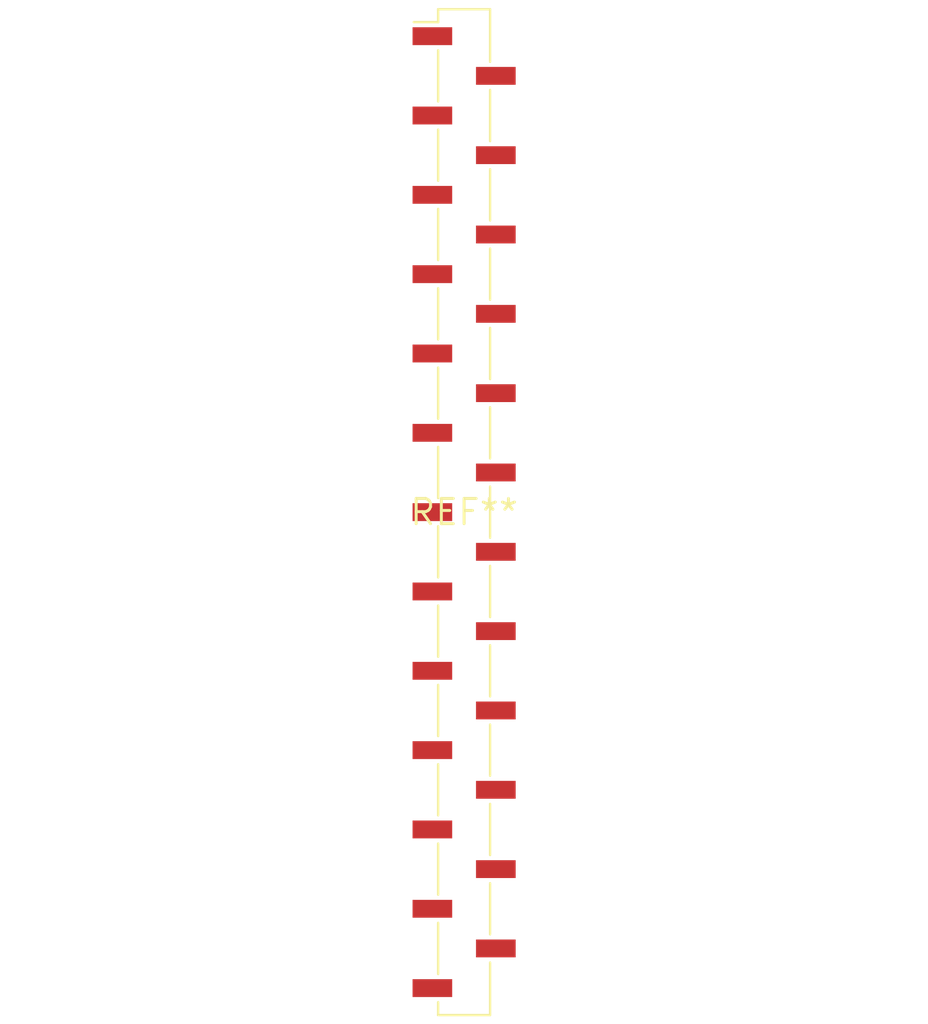
<source format=kicad_pcb>
(kicad_pcb (version 20240108) (generator pcbnew)
  (layers (0 "F.Cu" signal) (31 "B.Cu" signal) (34 "B.Paste" user) (35 "F.Paste" user) (36 "B.SilkS" user "B.Silkscreen") (37 "F.SilkS" user "F.Silkscreen") (38 "B.Mask" user) (39 "F.Mask" user) (44 "Edge.Cuts" user))
  (net 0 "")
  (footprint "PinSocket_1x25_P2.00mm_Vertical_SMD_Pin1Left" (layer "F.Cu") (at 0 0)
    (property "Reference" "REF**")
    (property "Value" "PinSocket_1x25_P2.00mm_Vertical_SMD_Pin1Left")
    (fp_line (start -2.54 -24.71) (end -1.31 -24.71) (layer "F.SilkS") (stroke (width 0.12)))
    (fp_line (start -1.31 -25.36) (end -1.31 -24.71) (layer "F.SilkS") (stroke (width 0.12)))
    (fp_line (start -1.31 -25.36) (end 1.31 -25.36) (layer "F.SilkS") (stroke (width 0.12)))
    (fp_line (start -1.31 -23.29) (end -1.31 -20.71) (layer "F.SilkS") (stroke (width 0.12)))
    (fp_line (start -1.31 -19.29) (end -1.31 -16.71) (layer "F.SilkS") (stroke (width 0.12)))
    (fp_line (start -1.31 -15.29) (end -1.31 -12.71) (layer "F.SilkS") (stroke (width 0.12)))
    (fp_line (start -1.31 -11.29) (end -1.31 -8.71) (layer "F.SilkS") (stroke (width 0.12)))
    (fp_line (start -1.31 -7.29) (end -1.31 -4.71) (layer "F.SilkS") (stroke (width 0.12)))
    (fp_line (start -1.31 -3.29) (end -1.31 -0.71) (layer "F.SilkS") (stroke (width 0.12)))
    (fp_line (start -1.31 0.71) (end -1.31 3.29) (layer "F.SilkS") (stroke (width 0.12)))
    (fp_line (start -1.31 4.71) (end -1.31 7.29) (layer "F.SilkS") (stroke (width 0.12)))
    (fp_line (start -1.31 8.71) (end -1.31 11.29) (layer "F.SilkS") (stroke (width 0.12)))
    (fp_line (start -1.31 12.71) (end -1.31 15.29) (layer "F.SilkS") (stroke (width 0.12)))
    (fp_line (start -1.31 16.71) (end -1.31 19.29) (layer "F.SilkS") (stroke (width 0.12)))
    (fp_line (start -1.31 20.71) (end -1.31 23.29) (layer "F.SilkS") (stroke (width 0.12)))
    (fp_line (start -1.31 24.71) (end -1.31 25.36) (layer "F.SilkS") (stroke (width 0.12)))
    (fp_line (start -1.31 25.36) (end 1.31 25.36) (layer "F.SilkS") (stroke (width 0.12)))
    (fp_line (start 1.31 -25.36) (end 1.31 -22.71) (layer "F.SilkS") (stroke (width 0.12)))
    (fp_line (start 1.31 -21.29) (end 1.31 -18.71) (layer "F.SilkS") (stroke (width 0.12)))
    (fp_line (start 1.31 -17.29) (end 1.31 -14.71) (layer "F.SilkS") (stroke (width 0.12)))
    (fp_line (start 1.31 -13.29) (end 1.31 -10.71) (layer "F.SilkS") (stroke (width 0.12)))
    (fp_line (start 1.31 -9.29) (end 1.31 -6.71) (layer "F.SilkS") (stroke (width 0.12)))
    (fp_line (start 1.31 -5.29) (end 1.31 -2.71) (layer "F.SilkS") (stroke (width 0.12)))
    (fp_line (start 1.31 -1.29) (end 1.31 1.29) (layer "F.SilkS") (stroke (width 0.12)))
    (fp_line (start 1.31 2.71) (end 1.31 5.29) (layer "F.SilkS") (stroke (width 0.12)))
    (fp_line (start 1.31 6.71) (end 1.31 9.29) (layer "F.SilkS") (stroke (width 0.12)))
    (fp_line (start 1.31 10.71) (end 1.31 13.29) (layer "F.SilkS") (stroke (width 0.12)))
    (fp_line (start 1.31 14.71) (end 1.31 17.29) (layer "F.SilkS") (stroke (width 0.12)))
    (fp_line (start 1.31 18.71) (end 1.31 21.29) (layer "F.SilkS") (stroke (width 0.12)))
    (fp_line (start 1.31 22.71) (end 1.31 25.36) (layer "F.SilkS") (stroke (width 0.12)))
    (pad "1" smd rect (at -1.6 -24) (size 2 0.9) (layers "F.Cu" "F.Paste" "F.Mask"))
    (pad "2" smd rect (at 1.6 -22) (size 2 0.9) (layers "F.Cu" "F.Paste" "F.Mask"))
    (pad "3" smd rect (at -1.6 -20) (size 2 0.9) (layers "F.Cu" "F.Paste" "F.Mask"))
    (pad "4" smd rect (at 1.6 -18) (size 2 0.9) (layers "F.Cu" "F.Paste" "F.Mask"))
    (pad "5" smd rect (at -1.6 -16) (size 2 0.9) (layers "F.Cu" "F.Paste" "F.Mask"))
    (pad "6" smd rect (at 1.6 -14) (size 2 0.9) (layers "F.Cu" "F.Paste" "F.Mask"))
    (pad "7" smd rect (at -1.6 -12) (size 2 0.9) (layers "F.Cu" "F.Paste" "F.Mask"))
    (pad "8" smd rect (at 1.6 -10) (size 2 0.9) (layers "F.Cu" "F.Paste" "F.Mask"))
    (pad "9" smd rect (at -1.6 -8) (size 2 0.9) (layers "F.Cu" "F.Paste" "F.Mask"))
    (pad "10" smd rect (at 1.6 -6) (size 2 0.9) (layers "F.Cu" "F.Paste" "F.Mask"))
    (pad "11" smd rect (at -1.6 -4) (size 2 0.9) (layers "F.Cu" "F.Paste" "F.Mask"))
    (pad "12" smd rect (at 1.6 -2) (size 2 0.9) (layers "F.Cu" "F.Paste" "F.Mask"))
    (pad "13" smd rect (at -1.6 0) (size 2 0.9) (layers "F.Cu" "F.Paste" "F.Mask"))
    (pad "14" smd rect (at 1.6 2) (size 2 0.9) (layers "F.Cu" "F.Paste" "F.Mask"))
    (pad "15" smd rect (at -1.6 4) (size 2 0.9) (layers "F.Cu" "F.Paste" "F.Mask"))
    (pad "16" smd rect (at 1.6 6) (size 2 0.9) (layers "F.Cu" "F.Paste" "F.Mask"))
    (pad "17" smd rect (at -1.6 8) (size 2 0.9) (layers "F.Cu" "F.Paste" "F.Mask"))
    (pad "18" smd rect (at 1.6 10) (size 2 0.9) (layers "F.Cu" "F.Paste" "F.Mask"))
    (pad "19" smd rect (at -1.6 12) (size 2 0.9) (layers "F.Cu" "F.Paste" "F.Mask"))
    (pad "20" smd rect (at 1.6 14) (size 2 0.9) (layers "F.Cu" "F.Paste" "F.Mask"))
    (pad "21" smd rect (at -1.6 16) (size 2 0.9) (layers "F.Cu" "F.Paste" "F.Mask"))
    (pad "22" smd rect (at 1.6 18) (size 2 0.9) (layers "F.Cu" "F.Paste" "F.Mask"))
    (pad "23" smd rect (at -1.6 20) (size 2 0.9) (layers "F.Cu" "F.Paste" "F.Mask"))
    (pad "24" smd rect (at 1.6 22) (size 2 0.9) (layers "F.Cu" "F.Paste" "F.Mask"))
    (pad "25" smd rect (at -1.6 24) (size 2 0.9) (layers "F.Cu" "F.Paste" "F.Mask"))
  )
)
</source>
